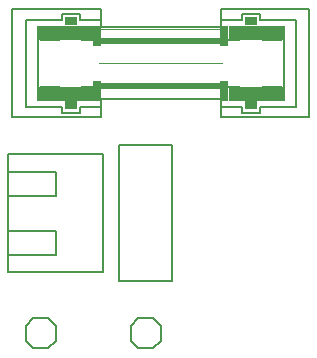
<source format=gto>
G75*
%MOIN*%
%OFA0B0*%
%FSLAX24Y24*%
%IPPOS*%
%LPD*%
%AMOC8*
5,1,8,0,0,1.08239X$1,22.5*
%
%ADD10C,0.0050*%
%ADD11C,0.0080*%
%ADD12C,0.0060*%
%ADD13C,0.0020*%
%ADD14R,0.4000X0.0200*%
%ADD15R,0.0250X0.0650*%
%ADD16R,0.0100X0.1600*%
%ADD17R,0.1900X0.0450*%
%ADD18R,0.0400X0.0300*%
%ADD19R,0.0400X0.0050*%
%ADD20R,0.0700X0.0050*%
D10*
X000525Y003581D02*
X000525Y004172D01*
X002100Y004172D01*
X002100Y004959D01*
X000525Y004959D01*
X000525Y006141D01*
X002100Y006141D01*
X002100Y006928D01*
X000525Y006928D01*
X000525Y007519D01*
X003675Y007519D01*
X003675Y003581D01*
X000525Y003581D01*
X000525Y004172D02*
X000525Y004959D01*
X000525Y006141D02*
X000525Y006928D01*
D11*
X001100Y001300D02*
X001350Y001050D01*
X001850Y001050D01*
X002100Y001300D01*
X002100Y001800D01*
X001850Y002050D01*
X001350Y002050D01*
X001100Y001800D01*
X001100Y001300D01*
X004214Y003286D02*
X004214Y007814D01*
X005986Y007814D01*
X005986Y003286D01*
X004214Y003286D01*
X004850Y002050D02*
X004600Y001800D01*
X004600Y001300D01*
X004850Y001050D01*
X005350Y001050D01*
X005600Y001300D01*
X005600Y001800D01*
X005350Y002050D01*
X004850Y002050D01*
D12*
X003600Y008750D02*
X000650Y008750D01*
X000650Y012350D01*
X003600Y012350D01*
X003600Y012000D01*
X002900Y012000D01*
X002900Y012200D01*
X002300Y012200D01*
X002300Y012000D01*
X001100Y012000D01*
X001100Y009100D01*
X002300Y009100D01*
X002300Y008900D01*
X002900Y008900D01*
X002900Y009100D01*
X003600Y009100D01*
X003600Y009350D01*
X007600Y009350D01*
X007600Y009100D01*
X007600Y008750D01*
X010550Y008750D01*
X010550Y012350D01*
X007600Y012350D01*
X007600Y012000D01*
X007600Y011750D01*
X003600Y011750D01*
X003600Y012000D01*
X003600Y009100D02*
X003600Y008750D01*
X007600Y009100D02*
X008300Y009100D01*
X008300Y008900D01*
X008900Y008900D01*
X008900Y009100D01*
X010100Y009100D01*
X010100Y012000D01*
X008900Y012000D01*
X008900Y012200D01*
X008300Y012200D01*
X008300Y012000D01*
X007600Y012000D01*
D13*
X007600Y011700D02*
X003600Y011700D01*
X003550Y010550D02*
X007650Y010550D01*
D14*
X005600Y009800D03*
X005600Y011300D03*
D15*
X003475Y011475D03*
X003475Y009625D03*
X007725Y009625D03*
X007725Y011475D03*
D16*
X009700Y010550D03*
X001500Y010550D03*
D17*
X002400Y009525D03*
X002400Y011575D03*
X008800Y011575D03*
X008800Y009525D03*
D18*
X008600Y009150D03*
X008600Y011950D03*
X002600Y011950D03*
X002600Y009150D03*
D19*
X003150Y009775D03*
X003150Y011325D03*
X008050Y011325D03*
X008050Y009775D03*
D20*
X009300Y009775D03*
X009300Y011325D03*
X001900Y011325D03*
X001900Y009775D03*
M02*

</source>
